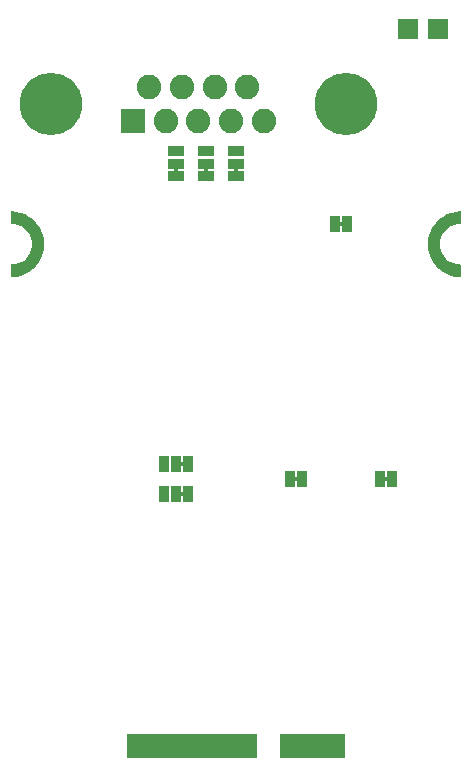
<source format=gbs>
G04 EAGLE Gerber RS-274X export*
G75*
%MOMM*%
%FSLAX34Y34*%
%LPD*%
%INSoldermask Bottom*%
%IPPOS*%
%AMOC8*
5,1,8,0,0,1.08239X$1,22.5*%
G01*
%ADD10R,0.553200X2.153200*%
%ADD11C,0.812800*%
%ADD12R,2.082800X2.082800*%
%ADD13C,2.082800*%
%ADD14C,5.283200*%
%ADD15R,1.727200X1.727200*%
%ADD16R,0.863600X1.473200*%
%ADD17R,1.473200X0.863600*%

G36*
X4431Y412531D02*
X4431Y412531D01*
X4441Y412535D01*
X4467Y412536D01*
X8301Y413370D01*
X8309Y413375D01*
X8335Y413380D01*
X12011Y414752D01*
X12019Y414757D01*
X12043Y414766D01*
X15487Y416647D01*
X15494Y416654D01*
X15517Y416666D01*
X18658Y419017D01*
X18664Y419025D01*
X18685Y419041D01*
X21459Y421815D01*
X21464Y421824D01*
X21483Y421842D01*
X23834Y424983D01*
X23837Y424992D01*
X23853Y425013D01*
X25734Y428457D01*
X25736Y428466D01*
X25748Y428489D01*
X27120Y432165D01*
X27120Y432175D01*
X27130Y432199D01*
X27964Y436033D01*
X27963Y436043D01*
X27969Y436069D01*
X28249Y439982D01*
X28247Y439992D01*
X28249Y440018D01*
X27969Y443931D01*
X27967Y443936D01*
X27968Y443939D01*
X27965Y443945D01*
X27964Y443967D01*
X27130Y447801D01*
X27125Y447809D01*
X27120Y447835D01*
X25748Y451511D01*
X25743Y451519D01*
X25734Y451543D01*
X23853Y454987D01*
X23846Y454994D01*
X23834Y455017D01*
X21483Y458158D01*
X21475Y458164D01*
X21459Y458185D01*
X18685Y460959D01*
X18676Y460964D01*
X18658Y460983D01*
X15517Y463334D01*
X15508Y463337D01*
X15487Y463353D01*
X12043Y465234D01*
X12034Y465236D01*
X12011Y465248D01*
X8335Y466620D01*
X8325Y466620D01*
X8301Y466630D01*
X4467Y467464D01*
X4457Y467463D01*
X4431Y467469D01*
X518Y467749D01*
X492Y467743D01*
X467Y467747D01*
X425Y467729D01*
X381Y467719D01*
X363Y467701D01*
X339Y467690D01*
X314Y467652D01*
X282Y467621D01*
X276Y467595D01*
X262Y467574D01*
X251Y467500D01*
X251Y457500D01*
X253Y457493D01*
X251Y457486D01*
X272Y457427D01*
X290Y457366D01*
X295Y457361D01*
X298Y457354D01*
X348Y457316D01*
X395Y457274D01*
X402Y457273D01*
X408Y457268D01*
X480Y457252D01*
X3198Y457038D01*
X5831Y456406D01*
X8331Y455370D01*
X10639Y453956D01*
X12698Y452198D01*
X14456Y450139D01*
X15870Y447831D01*
X16906Y445331D01*
X17538Y442698D01*
X17750Y440000D01*
X17538Y437302D01*
X16906Y434669D01*
X15870Y432169D01*
X14456Y429861D01*
X12698Y427802D01*
X10639Y426044D01*
X8331Y424630D01*
X5831Y423594D01*
X3198Y422962D01*
X480Y422748D01*
X474Y422746D01*
X467Y422747D01*
X409Y422721D01*
X350Y422699D01*
X345Y422693D01*
X339Y422690D01*
X304Y422637D01*
X266Y422587D01*
X266Y422580D01*
X262Y422574D01*
X251Y422500D01*
X251Y412500D01*
X258Y412475D01*
X256Y412449D01*
X277Y412409D01*
X290Y412366D01*
X310Y412349D01*
X322Y412326D01*
X361Y412304D01*
X395Y412274D01*
X421Y412270D01*
X444Y412257D01*
X518Y412251D01*
X4431Y412531D01*
G37*
G36*
X380508Y412257D02*
X380508Y412257D01*
X380533Y412253D01*
X380575Y412271D01*
X380619Y412281D01*
X380637Y412299D01*
X380661Y412310D01*
X380686Y412348D01*
X380718Y412379D01*
X380724Y412405D01*
X380738Y412427D01*
X380749Y412500D01*
X380749Y422500D01*
X380747Y422507D01*
X380749Y422514D01*
X380728Y422573D01*
X380710Y422634D01*
X380705Y422639D01*
X380702Y422646D01*
X380652Y422685D01*
X380605Y422726D01*
X380598Y422727D01*
X380592Y422732D01*
X380520Y422748D01*
X377802Y422962D01*
X375169Y423594D01*
X372669Y424630D01*
X370361Y426044D01*
X368302Y427802D01*
X366544Y429861D01*
X365130Y432169D01*
X364094Y434669D01*
X363462Y437302D01*
X363250Y440000D01*
X363462Y442698D01*
X364094Y445331D01*
X365130Y447831D01*
X366544Y450139D01*
X368302Y452198D01*
X370361Y453956D01*
X372669Y455370D01*
X375169Y456406D01*
X377802Y457038D01*
X380520Y457252D01*
X380526Y457254D01*
X380533Y457253D01*
X380591Y457279D01*
X380650Y457301D01*
X380655Y457307D01*
X380661Y457310D01*
X380696Y457363D01*
X380734Y457413D01*
X380734Y457421D01*
X380738Y457427D01*
X380749Y457500D01*
X380749Y467500D01*
X380742Y467525D01*
X380744Y467551D01*
X380723Y467591D01*
X380710Y467634D01*
X380690Y467651D01*
X380678Y467674D01*
X380639Y467696D01*
X380605Y467726D01*
X380579Y467730D01*
X380556Y467743D01*
X380482Y467749D01*
X376569Y467469D01*
X376559Y467465D01*
X376533Y467464D01*
X372699Y466630D01*
X372691Y466625D01*
X372665Y466620D01*
X368989Y465248D01*
X368981Y465243D01*
X368957Y465234D01*
X365513Y463353D01*
X365506Y463346D01*
X365483Y463334D01*
X362342Y460983D01*
X362336Y460975D01*
X362315Y460959D01*
X359541Y458185D01*
X359536Y458176D01*
X359517Y458158D01*
X357166Y455017D01*
X357163Y455008D01*
X357147Y454987D01*
X355266Y451543D01*
X355264Y451534D01*
X355252Y451511D01*
X353880Y447835D01*
X353880Y447825D01*
X353870Y447801D01*
X353036Y443967D01*
X353037Y443957D01*
X353031Y443931D01*
X352751Y440018D01*
X352753Y440008D01*
X352751Y439982D01*
X353031Y436069D01*
X353035Y436059D01*
X353036Y436033D01*
X353870Y432199D01*
X353875Y432191D01*
X353880Y432165D01*
X355252Y428489D01*
X355257Y428481D01*
X355266Y428457D01*
X357147Y425013D01*
X357154Y425006D01*
X357166Y424983D01*
X359517Y421842D01*
X359525Y421836D01*
X359541Y421815D01*
X362315Y419041D01*
X362324Y419036D01*
X362342Y419017D01*
X365483Y416666D01*
X365492Y416663D01*
X365513Y416647D01*
X368957Y414766D01*
X368966Y414764D01*
X368989Y414752D01*
X372665Y413380D01*
X372675Y413380D01*
X372699Y413370D01*
X376533Y412536D01*
X376543Y412537D01*
X376569Y412531D01*
X380482Y412251D01*
X380508Y412257D01*
G37*
G36*
X141035Y500392D02*
X141035Y500392D01*
X141101Y500394D01*
X141144Y500412D01*
X141191Y500420D01*
X141248Y500454D01*
X141308Y500479D01*
X141343Y500510D01*
X141384Y500535D01*
X141426Y500586D01*
X141474Y500630D01*
X141496Y500672D01*
X141525Y500709D01*
X141546Y500771D01*
X141577Y500830D01*
X141585Y500884D01*
X141597Y500921D01*
X141596Y500961D01*
X141604Y501015D01*
X141604Y504825D01*
X141593Y504890D01*
X141591Y504956D01*
X141573Y504999D01*
X141565Y505046D01*
X141531Y505103D01*
X141506Y505163D01*
X141475Y505198D01*
X141450Y505239D01*
X141399Y505281D01*
X141355Y505329D01*
X141313Y505351D01*
X141276Y505380D01*
X141214Y505401D01*
X141155Y505432D01*
X141101Y505440D01*
X141064Y505452D01*
X141024Y505451D01*
X140970Y505459D01*
X138430Y505459D01*
X138365Y505448D01*
X138299Y505446D01*
X138256Y505428D01*
X138209Y505420D01*
X138152Y505386D01*
X138092Y505361D01*
X138057Y505330D01*
X138016Y505305D01*
X137975Y505254D01*
X137926Y505210D01*
X137904Y505168D01*
X137875Y505131D01*
X137854Y505069D01*
X137823Y505010D01*
X137815Y504956D01*
X137803Y504919D01*
X137803Y504915D01*
X137803Y504914D01*
X137804Y504879D01*
X137796Y504825D01*
X137796Y501015D01*
X137807Y500950D01*
X137809Y500884D01*
X137827Y500841D01*
X137835Y500794D01*
X137869Y500737D01*
X137894Y500677D01*
X137925Y500642D01*
X137950Y500601D01*
X138001Y500560D01*
X138045Y500511D01*
X138087Y500489D01*
X138124Y500460D01*
X138186Y500439D01*
X138245Y500408D01*
X138299Y500400D01*
X138336Y500388D01*
X138376Y500389D01*
X138430Y500381D01*
X140970Y500381D01*
X141035Y500392D01*
G37*
G36*
X191835Y500392D02*
X191835Y500392D01*
X191901Y500394D01*
X191944Y500412D01*
X191991Y500420D01*
X192048Y500454D01*
X192108Y500479D01*
X192143Y500510D01*
X192184Y500535D01*
X192226Y500586D01*
X192274Y500630D01*
X192296Y500672D01*
X192325Y500709D01*
X192346Y500771D01*
X192377Y500830D01*
X192385Y500884D01*
X192397Y500921D01*
X192396Y500961D01*
X192404Y501015D01*
X192404Y504825D01*
X192393Y504890D01*
X192391Y504956D01*
X192373Y504999D01*
X192365Y505046D01*
X192331Y505103D01*
X192306Y505163D01*
X192275Y505198D01*
X192250Y505239D01*
X192199Y505281D01*
X192155Y505329D01*
X192113Y505351D01*
X192076Y505380D01*
X192014Y505401D01*
X191955Y505432D01*
X191901Y505440D01*
X191864Y505452D01*
X191824Y505451D01*
X191770Y505459D01*
X189230Y505459D01*
X189165Y505448D01*
X189099Y505446D01*
X189056Y505428D01*
X189009Y505420D01*
X188952Y505386D01*
X188892Y505361D01*
X188857Y505330D01*
X188816Y505305D01*
X188775Y505254D01*
X188726Y505210D01*
X188704Y505168D01*
X188675Y505131D01*
X188654Y505069D01*
X188623Y505010D01*
X188615Y504956D01*
X188603Y504919D01*
X188603Y504915D01*
X188603Y504914D01*
X188604Y504879D01*
X188596Y504825D01*
X188596Y501015D01*
X188607Y500950D01*
X188609Y500884D01*
X188627Y500841D01*
X188635Y500794D01*
X188669Y500737D01*
X188694Y500677D01*
X188725Y500642D01*
X188750Y500601D01*
X188801Y500560D01*
X188845Y500511D01*
X188887Y500489D01*
X188924Y500460D01*
X188986Y500439D01*
X189045Y500408D01*
X189099Y500400D01*
X189136Y500388D01*
X189176Y500389D01*
X189230Y500381D01*
X191770Y500381D01*
X191835Y500392D01*
G37*
G36*
X166435Y500392D02*
X166435Y500392D01*
X166501Y500394D01*
X166544Y500412D01*
X166591Y500420D01*
X166648Y500454D01*
X166708Y500479D01*
X166743Y500510D01*
X166784Y500535D01*
X166826Y500586D01*
X166874Y500630D01*
X166896Y500672D01*
X166925Y500709D01*
X166946Y500771D01*
X166977Y500830D01*
X166985Y500884D01*
X166997Y500921D01*
X166996Y500961D01*
X167004Y501015D01*
X167004Y504825D01*
X166993Y504890D01*
X166991Y504956D01*
X166973Y504999D01*
X166965Y505046D01*
X166931Y505103D01*
X166906Y505163D01*
X166875Y505198D01*
X166850Y505239D01*
X166799Y505281D01*
X166755Y505329D01*
X166713Y505351D01*
X166676Y505380D01*
X166614Y505401D01*
X166555Y505432D01*
X166501Y505440D01*
X166464Y505452D01*
X166424Y505451D01*
X166370Y505459D01*
X163830Y505459D01*
X163765Y505448D01*
X163699Y505446D01*
X163656Y505428D01*
X163609Y505420D01*
X163552Y505386D01*
X163492Y505361D01*
X163457Y505330D01*
X163416Y505305D01*
X163375Y505254D01*
X163326Y505210D01*
X163304Y505168D01*
X163275Y505131D01*
X163254Y505069D01*
X163223Y505010D01*
X163215Y504956D01*
X163203Y504919D01*
X163203Y504915D01*
X163203Y504914D01*
X163204Y504879D01*
X163196Y504825D01*
X163196Y501015D01*
X163207Y500950D01*
X163209Y500884D01*
X163227Y500841D01*
X163235Y500794D01*
X163269Y500737D01*
X163294Y500677D01*
X163325Y500642D01*
X163350Y500601D01*
X163401Y500560D01*
X163445Y500511D01*
X163487Y500489D01*
X163524Y500460D01*
X163586Y500439D01*
X163645Y500408D01*
X163699Y500400D01*
X163736Y500388D01*
X163776Y500389D01*
X163830Y500381D01*
X166370Y500381D01*
X166435Y500392D01*
G37*
G36*
X146750Y252107D02*
X146750Y252107D01*
X146816Y252109D01*
X146859Y252127D01*
X146906Y252135D01*
X146963Y252169D01*
X147023Y252194D01*
X147058Y252225D01*
X147099Y252250D01*
X147141Y252301D01*
X147189Y252345D01*
X147211Y252387D01*
X147240Y252424D01*
X147261Y252486D01*
X147292Y252545D01*
X147300Y252599D01*
X147312Y252636D01*
X147311Y252676D01*
X147319Y252730D01*
X147319Y255270D01*
X147308Y255335D01*
X147306Y255401D01*
X147288Y255444D01*
X147280Y255491D01*
X147246Y255548D01*
X147221Y255608D01*
X147190Y255643D01*
X147165Y255684D01*
X147114Y255726D01*
X147070Y255774D01*
X147028Y255796D01*
X146991Y255825D01*
X146929Y255846D01*
X146870Y255877D01*
X146816Y255885D01*
X146779Y255897D01*
X146739Y255896D01*
X146685Y255904D01*
X142875Y255904D01*
X142810Y255893D01*
X142744Y255891D01*
X142701Y255873D01*
X142654Y255865D01*
X142597Y255831D01*
X142537Y255806D01*
X142502Y255775D01*
X142461Y255750D01*
X142420Y255699D01*
X142371Y255655D01*
X142349Y255613D01*
X142320Y255576D01*
X142299Y255514D01*
X142268Y255455D01*
X142260Y255401D01*
X142248Y255364D01*
X142248Y255361D01*
X142249Y255324D01*
X142241Y255270D01*
X142241Y252730D01*
X142252Y252665D01*
X142254Y252599D01*
X142272Y252556D01*
X142280Y252509D01*
X142314Y252452D01*
X142339Y252392D01*
X142370Y252357D01*
X142395Y252316D01*
X142446Y252275D01*
X142490Y252226D01*
X142532Y252204D01*
X142569Y252175D01*
X142631Y252154D01*
X142690Y252123D01*
X142744Y252115D01*
X142781Y252103D01*
X142821Y252104D01*
X142875Y252096D01*
X146685Y252096D01*
X146750Y252107D01*
G37*
G36*
X281370Y455307D02*
X281370Y455307D01*
X281436Y455309D01*
X281479Y455327D01*
X281526Y455335D01*
X281583Y455369D01*
X281643Y455394D01*
X281678Y455425D01*
X281719Y455450D01*
X281761Y455501D01*
X281809Y455545D01*
X281831Y455587D01*
X281860Y455624D01*
X281881Y455686D01*
X281912Y455745D01*
X281920Y455799D01*
X281932Y455836D01*
X281931Y455876D01*
X281939Y455930D01*
X281939Y458470D01*
X281928Y458535D01*
X281926Y458601D01*
X281908Y458644D01*
X281900Y458691D01*
X281866Y458748D01*
X281841Y458808D01*
X281810Y458843D01*
X281785Y458884D01*
X281734Y458926D01*
X281690Y458974D01*
X281648Y458996D01*
X281611Y459025D01*
X281549Y459046D01*
X281490Y459077D01*
X281436Y459085D01*
X281399Y459097D01*
X281359Y459096D01*
X281305Y459104D01*
X277495Y459104D01*
X277430Y459093D01*
X277364Y459091D01*
X277321Y459073D01*
X277274Y459065D01*
X277217Y459031D01*
X277157Y459006D01*
X277122Y458975D01*
X277081Y458950D01*
X277040Y458899D01*
X276991Y458855D01*
X276969Y458813D01*
X276940Y458776D01*
X276919Y458714D01*
X276888Y458655D01*
X276880Y458601D01*
X276868Y458564D01*
X276868Y458561D01*
X276869Y458524D01*
X276861Y458470D01*
X276861Y455930D01*
X276872Y455865D01*
X276874Y455799D01*
X276892Y455756D01*
X276900Y455709D01*
X276934Y455652D01*
X276959Y455592D01*
X276990Y455557D01*
X277015Y455516D01*
X277066Y455475D01*
X277110Y455426D01*
X277152Y455404D01*
X277189Y455375D01*
X277251Y455354D01*
X277310Y455323D01*
X277364Y455315D01*
X277401Y455303D01*
X277441Y455304D01*
X277495Y455296D01*
X281305Y455296D01*
X281370Y455307D01*
G37*
G36*
X243270Y239407D02*
X243270Y239407D01*
X243336Y239409D01*
X243379Y239427D01*
X243426Y239435D01*
X243483Y239469D01*
X243543Y239494D01*
X243578Y239525D01*
X243619Y239550D01*
X243661Y239601D01*
X243709Y239645D01*
X243731Y239687D01*
X243760Y239724D01*
X243781Y239786D01*
X243812Y239845D01*
X243820Y239899D01*
X243832Y239936D01*
X243831Y239976D01*
X243839Y240030D01*
X243839Y242570D01*
X243828Y242635D01*
X243826Y242701D01*
X243808Y242744D01*
X243800Y242791D01*
X243766Y242848D01*
X243741Y242908D01*
X243710Y242943D01*
X243685Y242984D01*
X243634Y243026D01*
X243590Y243074D01*
X243548Y243096D01*
X243511Y243125D01*
X243449Y243146D01*
X243390Y243177D01*
X243336Y243185D01*
X243299Y243197D01*
X243259Y243196D01*
X243205Y243204D01*
X239395Y243204D01*
X239330Y243193D01*
X239264Y243191D01*
X239221Y243173D01*
X239174Y243165D01*
X239117Y243131D01*
X239057Y243106D01*
X239022Y243075D01*
X238981Y243050D01*
X238940Y242999D01*
X238891Y242955D01*
X238869Y242913D01*
X238840Y242876D01*
X238819Y242814D01*
X238788Y242755D01*
X238780Y242701D01*
X238768Y242664D01*
X238768Y242661D01*
X238769Y242624D01*
X238761Y242570D01*
X238761Y240030D01*
X238772Y239965D01*
X238774Y239899D01*
X238792Y239856D01*
X238800Y239809D01*
X238834Y239752D01*
X238859Y239692D01*
X238890Y239657D01*
X238915Y239616D01*
X238966Y239575D01*
X239010Y239526D01*
X239052Y239504D01*
X239089Y239475D01*
X239151Y239454D01*
X239210Y239423D01*
X239264Y239415D01*
X239301Y239403D01*
X239341Y239404D01*
X239395Y239396D01*
X243205Y239396D01*
X243270Y239407D01*
G37*
G36*
X319470Y239407D02*
X319470Y239407D01*
X319536Y239409D01*
X319579Y239427D01*
X319626Y239435D01*
X319683Y239469D01*
X319743Y239494D01*
X319778Y239525D01*
X319819Y239550D01*
X319861Y239601D01*
X319909Y239645D01*
X319931Y239687D01*
X319960Y239724D01*
X319981Y239786D01*
X320012Y239845D01*
X320020Y239899D01*
X320032Y239936D01*
X320031Y239976D01*
X320039Y240030D01*
X320039Y242570D01*
X320028Y242635D01*
X320026Y242701D01*
X320008Y242744D01*
X320000Y242791D01*
X319966Y242848D01*
X319941Y242908D01*
X319910Y242943D01*
X319885Y242984D01*
X319834Y243026D01*
X319790Y243074D01*
X319748Y243096D01*
X319711Y243125D01*
X319649Y243146D01*
X319590Y243177D01*
X319536Y243185D01*
X319499Y243197D01*
X319459Y243196D01*
X319405Y243204D01*
X315595Y243204D01*
X315530Y243193D01*
X315464Y243191D01*
X315421Y243173D01*
X315374Y243165D01*
X315317Y243131D01*
X315257Y243106D01*
X315222Y243075D01*
X315181Y243050D01*
X315140Y242999D01*
X315091Y242955D01*
X315069Y242913D01*
X315040Y242876D01*
X315019Y242814D01*
X314988Y242755D01*
X314980Y242701D01*
X314968Y242664D01*
X314968Y242661D01*
X314969Y242624D01*
X314961Y242570D01*
X314961Y240030D01*
X314972Y239965D01*
X314974Y239899D01*
X314992Y239856D01*
X315000Y239809D01*
X315034Y239752D01*
X315059Y239692D01*
X315090Y239657D01*
X315115Y239616D01*
X315166Y239575D01*
X315210Y239526D01*
X315252Y239504D01*
X315289Y239475D01*
X315351Y239454D01*
X315410Y239423D01*
X315464Y239415D01*
X315501Y239403D01*
X315541Y239404D01*
X315595Y239396D01*
X319405Y239396D01*
X319470Y239407D01*
G37*
G36*
X146750Y226707D02*
X146750Y226707D01*
X146816Y226709D01*
X146859Y226727D01*
X146906Y226735D01*
X146963Y226769D01*
X147023Y226794D01*
X147058Y226825D01*
X147099Y226850D01*
X147141Y226901D01*
X147189Y226945D01*
X147211Y226987D01*
X147240Y227024D01*
X147261Y227086D01*
X147292Y227145D01*
X147300Y227199D01*
X147312Y227236D01*
X147311Y227276D01*
X147319Y227330D01*
X147319Y229870D01*
X147308Y229935D01*
X147306Y230001D01*
X147288Y230044D01*
X147280Y230091D01*
X147246Y230148D01*
X147221Y230208D01*
X147190Y230243D01*
X147165Y230284D01*
X147114Y230326D01*
X147070Y230374D01*
X147028Y230396D01*
X146991Y230425D01*
X146929Y230446D01*
X146870Y230477D01*
X146816Y230485D01*
X146779Y230497D01*
X146739Y230496D01*
X146685Y230504D01*
X142875Y230504D01*
X142810Y230493D01*
X142744Y230491D01*
X142701Y230473D01*
X142654Y230465D01*
X142597Y230431D01*
X142537Y230406D01*
X142502Y230375D01*
X142461Y230350D01*
X142420Y230299D01*
X142371Y230255D01*
X142349Y230213D01*
X142320Y230176D01*
X142299Y230114D01*
X142268Y230055D01*
X142260Y230001D01*
X142248Y229964D01*
X142248Y229961D01*
X142249Y229924D01*
X142241Y229870D01*
X142241Y227330D01*
X142252Y227265D01*
X142254Y227199D01*
X142272Y227156D01*
X142280Y227109D01*
X142314Y227052D01*
X142339Y226992D01*
X142370Y226957D01*
X142395Y226916D01*
X142446Y226875D01*
X142490Y226826D01*
X142532Y226804D01*
X142569Y226775D01*
X142631Y226754D01*
X142690Y226723D01*
X142744Y226715D01*
X142781Y226703D01*
X142821Y226704D01*
X142875Y226696D01*
X146685Y226696D01*
X146750Y226707D01*
G37*
D10*
X280500Y15250D03*
X275500Y15250D03*
X270500Y15250D03*
X265500Y15250D03*
X260500Y15250D03*
X255500Y15250D03*
X250500Y15250D03*
X245500Y15250D03*
X240500Y15250D03*
X235500Y15250D03*
X230500Y15250D03*
X205500Y15250D03*
X200500Y15250D03*
X195500Y15250D03*
X190500Y15250D03*
X185500Y15250D03*
X180500Y15250D03*
X175500Y15250D03*
X170500Y15250D03*
X165500Y15250D03*
X160500Y15250D03*
X155500Y15250D03*
X150500Y15250D03*
X145500Y15250D03*
X140500Y15250D03*
X135500Y15250D03*
X130500Y15250D03*
X125500Y15250D03*
X120500Y15250D03*
X115500Y15250D03*
X110500Y15250D03*
X105500Y15250D03*
X100500Y15250D03*
D11*
X370500Y461000D03*
X370500Y419000D03*
X357500Y440000D03*
X10500Y419000D03*
X10500Y461000D03*
X23500Y440000D03*
D12*
X103350Y544600D03*
D13*
X131050Y544600D03*
X158750Y544600D03*
X186450Y544600D03*
X214150Y544600D03*
X117250Y573000D03*
X144950Y573000D03*
X172550Y573000D03*
X200250Y573000D03*
D14*
X33750Y558800D03*
X283750Y558800D03*
D15*
X336550Y622300D03*
X361950Y622300D03*
D16*
X129286Y254000D03*
X139700Y254000D03*
X150114Y254000D03*
X129286Y228600D03*
X139700Y228600D03*
X150114Y228600D03*
D17*
X165100Y518414D03*
X165100Y508000D03*
X165100Y497586D03*
X190500Y518414D03*
X190500Y508000D03*
X190500Y497586D03*
X139700Y518414D03*
X139700Y508000D03*
X139700Y497586D03*
D16*
X312293Y241300D03*
X322707Y241300D03*
X274193Y457200D03*
X284607Y457200D03*
X236093Y241300D03*
X246507Y241300D03*
M02*

</source>
